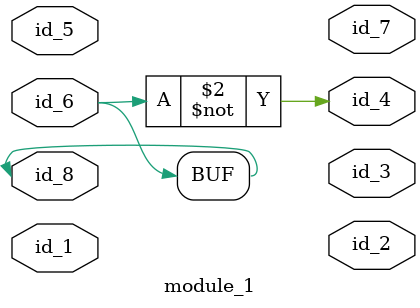
<source format=v>
module module_0;
  assign id_1 = id_1 == -1'b0;
  wire id_2, id_3;
  wire id_4;
endmodule
module module_1 (
    id_1,
    id_2,
    id_3,
    id_4,
    id_5,
    id_6,
    id_7,
    id_8
);
  inout wire id_8;
  output wire id_7;
  input wire id_6;
  inout wire id_5;
  output wire id_4;
  output wire id_3;
  output wire id_2;
  inout wire id_1;
  initial begin : LABEL_0
    id_4 <= ~id_6;
  end
  assign id_8 = id_6;
  wire id_9;
  module_0 modCall_1 ();
endmodule

</source>
